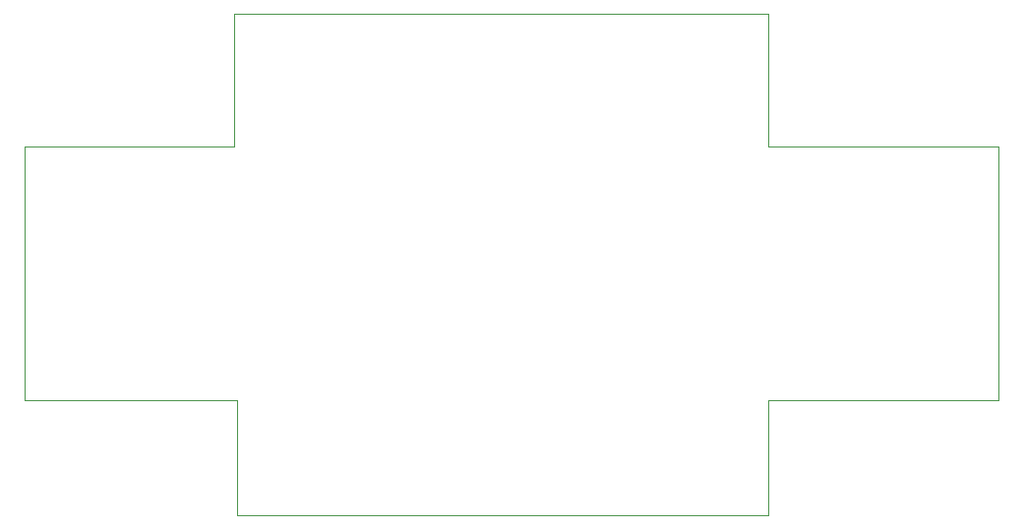
<source format=gbr>
%TF.GenerationSoftware,KiCad,Pcbnew,7.0.9*%
%TF.CreationDate,2024-03-18T18:38:56+01:00*%
%TF.ProjectId,esp32c3,65737033-3263-4332-9e6b-696361645f70,rev?*%
%TF.SameCoordinates,Original*%
%TF.FileFunction,Profile,NP*%
%FSLAX46Y46*%
G04 Gerber Fmt 4.6, Leading zero omitted, Abs format (unit mm)*
G04 Created by KiCad (PCBNEW 7.0.9) date 2024-03-18 18:38:56*
%MOMM*%
%LPD*%
G01*
G04 APERTURE LIST*
%TA.AperFunction,Profile*%
%ADD10C,0.100000*%
%TD*%
G04 APERTURE END LIST*
D10*
X175514000Y-64770000D02*
X195326000Y-64770000D01*
X129794000Y-96520000D02*
X129794000Y-86614000D01*
X175514000Y-86614000D02*
X175514000Y-96520000D01*
X129540000Y-64770000D02*
X129540000Y-53340000D01*
X129540000Y-53340000D02*
X175514000Y-53340000D01*
X111506000Y-64770000D02*
X129540000Y-64770000D01*
X129794000Y-86614000D02*
X111506000Y-86614000D01*
X175514000Y-53340000D02*
X175514000Y-64770000D01*
X111506000Y-86614000D02*
X111506000Y-64770000D01*
X195326000Y-64770000D02*
X195326000Y-86614000D01*
X195326000Y-86614000D02*
X175514000Y-86614000D01*
X175514000Y-96520000D02*
X129794000Y-96520000D01*
M02*

</source>
